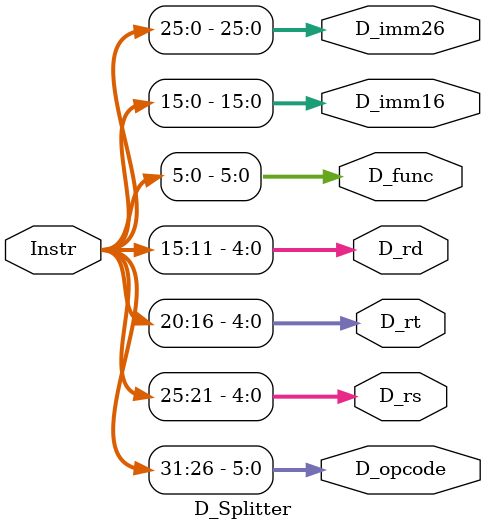
<source format=v>
`timescale 1ns / 1ps


//端口定义------------------------------------------------------------------------------------
module D_Splitter(
    input [31:0] Instr,
    output [5:0] D_opcode,
    output [4:0] D_rs,
    output [4:0] D_rt,
    output [4:0] D_rd,
    output [5:0] D_func,
    output [15:0] D_imm16,
    output [25:0] D_imm26
    );
//---------------------------------------------------------------------------------------------


//splitter-------------------------------------------------------------------------------------
    assign D_opcode = Instr[31:26];
    assign D_rs = Instr[25:21];
    assign D_rt = Instr[20:16];
    assign D_rd = Instr[15:11];
    assign D_func = Instr[5:0];
    assign D_imm16 = Instr[15:0];
    assign D_imm26 = Instr[25:0];
//----------------------------------------------------------------------------------------------

endmodule
</source>
